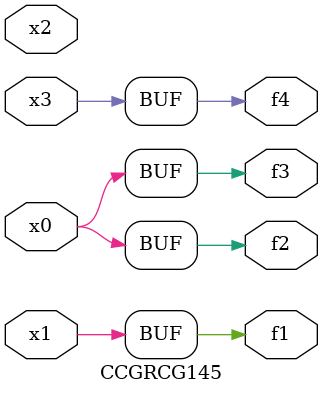
<source format=v>
module CCGRCG145(
	input x0, x1, x2, x3,
	output f1, f2, f3, f4
);
	assign f1 = x1;
	assign f2 = x0;
	assign f3 = x0;
	assign f4 = x3;
endmodule

</source>
